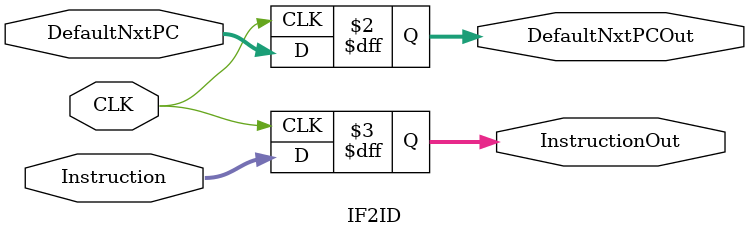
<source format=v>
`default_nettype wire

module IF2ID(
    input wire CLK,
    input wire [31:0] DefaultNxtPC,
    output reg [31:0] DefaultNxtPCOut,

    input wire [31:0] Instruction,
    output reg [31:0] InstructionOut

    );

    always @(posedge CLK) begin
        InstructionOut <= Instruction;
        DefaultNxtPCOut <= DefaultNxtPC;
    end
endmodule
</source>
